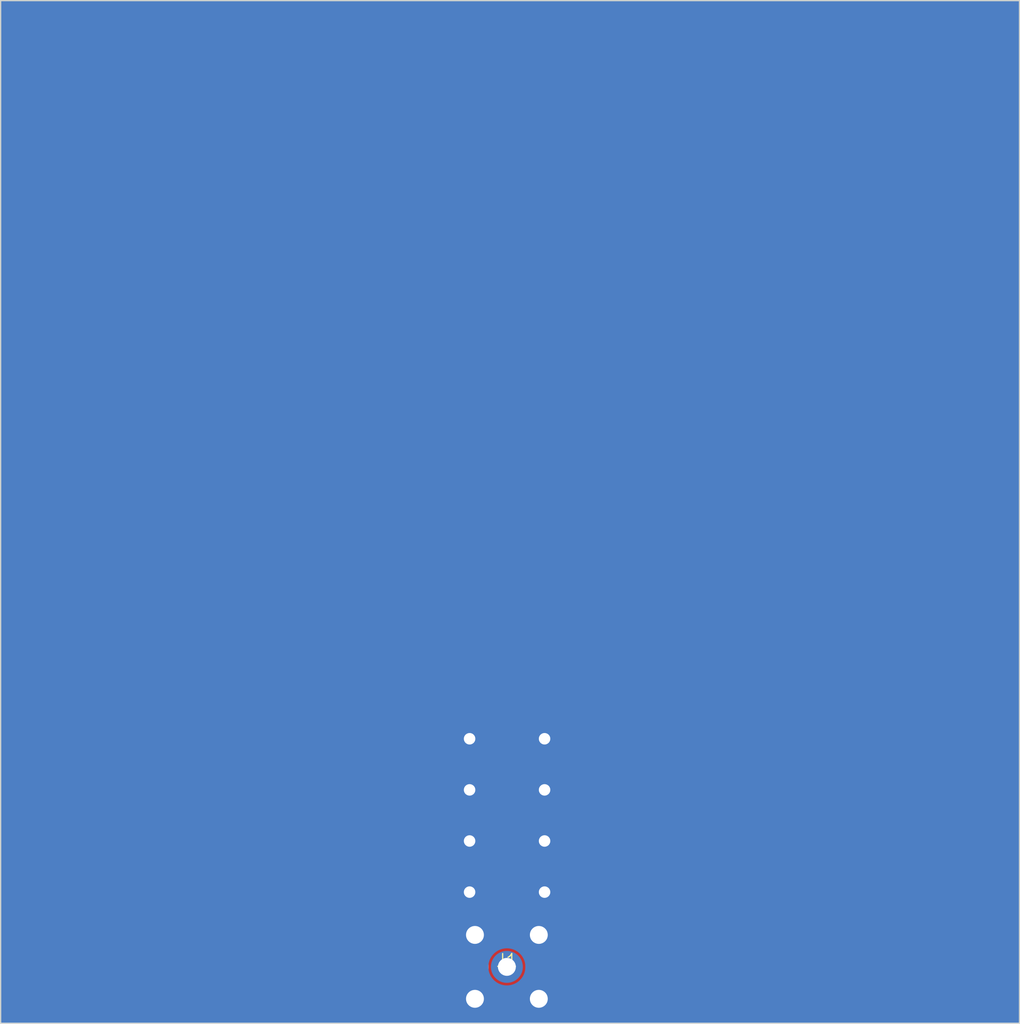
<source format=kicad_pcb>
(kicad_pcb (version 20221018) (generator pcbnew)
  (layers (0 "F.Cu" signal) (31 "B.Cu" signal) (34 "B.Paste" user) (35 "F.Paste" user) (36 "B.SilkS" user "B.Silkscreen") (37 "F.SilkS" user "F.Silkscreen") (38 "B.Mask" user) (39 "F.Mask" user) (44 "Edge.Cuts" user))
  (net 0 "")
  (net 1 "+1V0")
  (net 2 "0")
  (footprint "Library:SMAmale" (layer "F.Cu") (at 118.95 99.85)
    (fp_text reference "J1" (at 0 -0.5 unlocked) (layer "F.SilkS") (effects (font (thickness 0.1))))
    (fp_text value "AVR-ISP-6")
    (pad "1" thru_hole circle (at 0 0) (size 2.5 2.5) (drill 1.4) (layers "*.Cu" "*.Mask") (net 1 "+1V0"))
    (pad "2" thru_hole circle (at 2.5 -2.5) (size 1.7 1.7) (drill 1.4) (layers "*.Cu" "*.Mask") (net 2 "0"))
    (pad "3" thru_hole circle (at 2.5 2.5) (size 1.7 1.7) (drill 1.4) (layers "*.Cu" "*.Mask") (net 2 "0"))
    (pad "4" thru_hole circle (at -2.5 2.5) (size 1.7 1.7) (drill 1.4) (layers "*.Cu" "*.Mask") (net 2 "0"))
    (pad "5" thru_hole circle (at -2.5 -2.5) (size 1.7 1.7) (drill 1.4) (layers "*.Cu" "*.Mask") (net 2 "0"))
  )
  (gr_poly (pts (xy 100.25 49.77) (xy 100.25 78.77) (xy 116 78.77) (xy 116 70.77) (xy 117.5 70.77) (xy 117.5 104.27) (xy 120.4 104.27) (xy 120.4 70.77) (xy 121.9 70.77) (xy 121.9 78.77) (xy 137.65 78.77) (xy 137.65 49.77)) (fill solid) (layer "F.Cu"))
  (gr_rect (start 79.315 24.24) (end 159.085 104.27) (stroke (width 0.1)) (fill none) (layer "Edge.Cuts"))
  (via (at 121.9 86) (size 1.6) (drill 0.9) (layers "F.Cu" "B.Cu") (net 2))
  (via (at 116.03 82) (size 1.6) (drill 0.9) (layers "F.Cu" "B.Cu") (net 2))
  (via (at 116.03 94) (size 1.6) (drill 0.9) (layers "F.Cu" "B.Cu") (net 2))
  (via (at 121.9 82) (size 1.6) (drill 0.9) (layers "F.Cu" "B.Cu") (net 2))
  (via (at 121.9 94) (size 1.6) (drill 0.9) (layers "F.Cu" "B.Cu") (net 2))
  (via (at 116.03 90) (size 1.6) (drill 0.9) (layers "F.Cu" "B.Cu") (net 2))
  (via (at 116.03 86) (size 1.6) (drill 0.9) (layers "F.Cu" "B.Cu") (net 2))
  (via (at 121.9 90) (size 1.6) (drill 0.9) (layers "F.Cu" "B.Cu") (net 2))
  (zone (net 2) (net_name "0") (layer "B.Cu") (priority 1) (connect_pads yes (clearance 0)) (min_thickness 0.025) (fill yes (thermal_gap 0) (thermal_bridge_width 0.025) (island_removal_mode 1) (island_area_min 10))
    (polygon (pts (xy 79.315 24.24) (xy 159.085 24.24) (xy 159.085 104.26) (xy 79.315 104.26)))
  )
)
</source>
